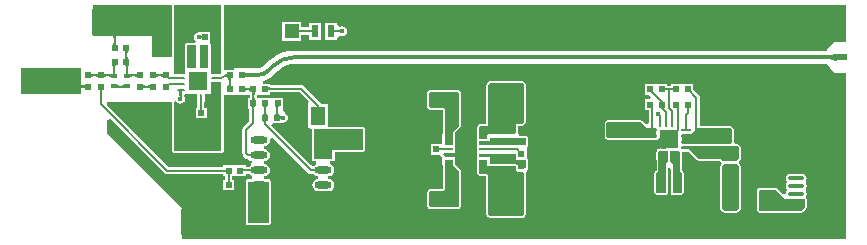
<source format=gtl>
G04*
G04 #@! TF.GenerationSoftware,Altium Limited,Altium Designer,24.1.0 (36)*
G04*
G04 Layer_Physical_Order=1*
G04 Layer_Color=255*
%FSLAX44Y44*%
%MOMM*%
G71*
G04*
G04 #@! TF.SameCoordinates,419B32F7-A19B-4B02-8D27-CA0E7DC0472F*
G04*
G04*
G04 #@! TF.FilePolarity,Positive*
G04*
G01*
G75*
%ADD13C,0.2000*%
%ADD16R,0.9000X0.6100*%
%ADD17R,5.0000X1.4000*%
G04:AMPARAMS|DCode=19|XSize=0.25mm|YSize=0.7mm|CornerRadius=0.0625mm|HoleSize=0mm|Usage=FLASHONLY|Rotation=0.000|XOffset=0mm|YOffset=0mm|HoleType=Round|Shape=RoundedRectangle|*
%AMROUNDEDRECTD19*
21,1,0.2500,0.5750,0,0,0.0*
21,1,0.1250,0.7000,0,0,0.0*
1,1,0.1250,0.0625,-0.2875*
1,1,0.1250,-0.0625,-0.2875*
1,1,0.1250,-0.0625,0.2875*
1,1,0.1250,0.0625,0.2875*
%
%ADD19ROUNDEDRECTD19*%
G04:AMPARAMS|DCode=20|XSize=0.25mm|YSize=0.7mm|CornerRadius=0.0625mm|HoleSize=0mm|Usage=FLASHONLY|Rotation=90.000|XOffset=0mm|YOffset=0mm|HoleType=Round|Shape=RoundedRectangle|*
%AMROUNDEDRECTD20*
21,1,0.2500,0.5750,0,0,90.0*
21,1,0.1250,0.7000,0,0,90.0*
1,1,0.1250,0.2875,0.0625*
1,1,0.1250,0.2875,-0.0625*
1,1,0.1250,-0.2875,-0.0625*
1,1,0.1250,-0.2875,0.0625*
%
%ADD20ROUNDEDRECTD20*%
%ADD21O,0.8500X0.2500*%
%ADD22O,0.2500X0.8500*%
%ADD23R,0.7000X0.2500*%
%ADD24O,1.4500X0.6000*%
%ADD25R,0.6000X1.0000*%
%ADD26R,0.5000X0.5000*%
%ADD27R,0.5000X0.5000*%
%ADD28R,2.0000X1.6000*%
%ADD29R,1.3000X1.6000*%
%ADD30R,0.6500X1.6000*%
%ADD31O,1.3500X0.4000*%
%ADD32R,1.8000X1.9000*%
G04:AMPARAMS|DCode=33|XSize=1.6mm|YSize=1.4mm|CornerRadius=0.35mm|HoleSize=0mm|Usage=FLASHONLY|Rotation=270.000|XOffset=0mm|YOffset=0mm|HoleType=Round|Shape=RoundedRectangle|*
%AMROUNDEDRECTD33*
21,1,1.6000,0.7000,0,0,270.0*
21,1,0.9000,1.4000,0,0,270.0*
1,1,0.7000,-0.3500,-0.4500*
1,1,0.7000,-0.3500,0.4500*
1,1,0.7000,0.3500,0.4500*
1,1,0.7000,0.3500,-0.4500*
%
%ADD33ROUNDEDRECTD33*%
%ADD34R,1.0000X0.9000*%
%ADD35R,1.0000X1.6000*%
%ADD36R,1.2000X1.2000*%
%ADD37R,0.2200X1.0000*%
%ADD38R,1.0000X0.6000*%
%ADD39R,1.6500X2.4000*%
%ADD40R,0.5000X0.4000*%
%ADD73C,0.3700*%
%ADD74R,1.6500X1.6500*%
%ADD75R,1.6500X2.4000*%
%ADD76R,5.0800X2.2860*%
%ADD77C,0.2032*%
%ADD78O,1.6000X0.9000*%
%ADD79C,0.4500*%
%ADD80C,0.6000*%
G36*
X80510Y167084D02*
X80540Y166739D01*
X80590Y166434D01*
X80660Y166170D01*
X80750Y165947D01*
X80860Y165764D01*
X80990Y165622D01*
X81140Y165520D01*
X81310Y165459D01*
X81500Y165439D01*
X77500D01*
X77690Y165459D01*
X77860Y165520D01*
X78010Y165622D01*
X78140Y165764D01*
X78250Y165947D01*
X78340Y166170D01*
X78410Y166434D01*
X78460Y166739D01*
X78490Y167084D01*
X78500Y167470D01*
X80500D01*
X80510Y167084D01*
D02*
G37*
G36*
X91310Y160541D02*
X91140Y160480D01*
X90990Y160378D01*
X90860Y160236D01*
X90750Y160053D01*
X90660Y159830D01*
X90590Y159566D01*
X90540Y159262D01*
X90510Y158916D01*
X90500Y158531D01*
X88500D01*
X88490Y158916D01*
X88460Y159262D01*
X88410Y159566D01*
X88340Y159830D01*
X88250Y160053D01*
X88140Y160236D01*
X88010Y160378D01*
X87860Y160480D01*
X87690Y160541D01*
X87500Y160561D01*
X91500D01*
X91310Y160541D01*
D02*
G37*
G36*
X127971Y198918D02*
X127971Y155000D01*
X111500D01*
X111500Y173500D01*
X81109Y173500D01*
X80990Y173421D01*
X80860Y173281D01*
X80750Y173100D01*
X80660Y172880D01*
X80590Y172621D01*
X80540Y172320D01*
X80510Y171980D01*
X80500Y171600D01*
X78500D01*
X78490Y171980D01*
X78460Y172320D01*
X78410Y172621D01*
X78340Y172880D01*
X78250Y173100D01*
X78140Y173281D01*
X78010Y173421D01*
X77891Y173500D01*
X61582D01*
Y198918D01*
X125431D01*
X127971Y198918D01*
D02*
G37*
G36*
X90510Y155084D02*
X90540Y154739D01*
X90590Y154434D01*
X90660Y154170D01*
X90750Y153947D01*
X90860Y153764D01*
X90990Y153622D01*
X91140Y153520D01*
X91310Y153459D01*
X91500Y153439D01*
X87500D01*
X87690Y153459D01*
X87860Y153520D01*
X88010Y153622D01*
X88140Y153764D01*
X88250Y153947D01*
X88340Y154170D01*
X88410Y154434D01*
X88460Y154739D01*
X88490Y155084D01*
X88500Y155470D01*
X90500D01*
X90510Y155084D01*
D02*
G37*
G36*
X691000Y151950D02*
X690500D01*
X685250Y153250D01*
Y156750D01*
X690500Y158050D01*
X691000D01*
Y151950D01*
D02*
G37*
G36*
X91969Y148531D02*
X91785Y148511D01*
X91621Y148450D01*
X91475Y148350D01*
X91349Y148210D01*
X91242Y148031D01*
X91155Y147810D01*
X91087Y147550D01*
X91039Y147250D01*
X91010Y146910D01*
X91000Y146531D01*
X89000D01*
X88990Y146915D01*
X88960Y147259D01*
X88910Y147563D01*
X88840Y147826D01*
X88750Y148049D01*
X88640Y148232D01*
X88510Y148375D01*
X88360Y148477D01*
X88190Y148539D01*
X88000Y148561D01*
X91969Y148531D01*
D02*
G37*
G36*
X80810Y148539D02*
X80640Y148477D01*
X80490Y148375D01*
X80360Y148232D01*
X80250Y148049D01*
X80160Y147826D01*
X80090Y147563D01*
X80040Y147259D01*
X80010Y146915D01*
X80000Y146531D01*
X78000D01*
X77990Y146910D01*
X77961Y147250D01*
X77913Y147550D01*
X77845Y147810D01*
X77758Y148031D01*
X77651Y148210D01*
X77525Y148350D01*
X77379Y148450D01*
X77215Y148511D01*
X77031Y148531D01*
X81000Y148561D01*
X80810Y148539D01*
D02*
G37*
G36*
X159000Y146000D02*
X151500D01*
Y165500D01*
X159000D01*
Y146000D01*
D02*
G37*
G36*
X148500D02*
X141000D01*
Y165500D01*
X148500D01*
Y146000D01*
D02*
G37*
G36*
X698918Y168000D02*
X689000D01*
X683000Y161000D01*
Y160659D01*
X231521D01*
X231413Y160637D01*
X226664Y160264D01*
X221927Y159126D01*
X217427Y157262D01*
X213273Y154717D01*
X209651Y151623D01*
X209559Y151562D01*
X205999Y148001D01*
X205912Y147872D01*
X204368Y146686D01*
X202426Y145882D01*
X200496Y145628D01*
X200343Y145659D01*
X193200D01*
Y146200D01*
X180800D01*
Y144490D01*
X172510D01*
X172029Y146831D01*
X172029Y198918D01*
X174569Y198918D01*
X698918Y198918D01*
Y168000D01*
D02*
G37*
G36*
X91010Y143090D02*
X91040Y142750D01*
X91090Y142450D01*
X91160Y142190D01*
X91250Y141969D01*
X91360Y141790D01*
X91490Y141650D01*
X91640Y141550D01*
X91810Y141489D01*
X92000Y141469D01*
X88000D01*
X88190Y141489D01*
X88360Y141550D01*
X88510Y141650D01*
X88640Y141790D01*
X88750Y141969D01*
X88840Y142190D01*
X88910Y142450D01*
X88960Y142750D01*
X88990Y143090D01*
X89000Y143469D01*
X91000D01*
X91010Y143090D01*
D02*
G37*
G36*
X80010Y143084D02*
X80040Y142739D01*
X80090Y142434D01*
X80160Y142170D01*
X80250Y141947D01*
X80360Y141764D01*
X80490Y141622D01*
X80640Y141520D01*
X80810Y141459D01*
X81000Y141439D01*
X77000D01*
X77190Y141459D01*
X77360Y141520D01*
X77510Y141622D01*
X77640Y141764D01*
X77750Y141947D01*
X77840Y142170D01*
X77910Y142434D01*
X77960Y142739D01*
X77990Y143084D01*
X78000Y143469D01*
X80000D01*
X80010Y143084D01*
D02*
G37*
G36*
X170000Y141250D02*
X161000D01*
Y145854D01*
X161029Y146000D01*
Y165500D01*
X160875Y166276D01*
X160810Y166373D01*
X160490Y167510D01*
X160490Y167510D01*
X160490D01*
X160490Y167510D01*
Y176490D01*
X152687D01*
X151510Y176490D01*
X150362Y176196D01*
X149346Y175994D01*
X147943Y175057D01*
X147006Y173654D01*
X146677Y172000D01*
X147006Y170346D01*
X147943Y168943D01*
X148159Y168799D01*
X147774Y167529D01*
X141000D01*
X140224Y167374D01*
X139565Y166935D01*
X139125Y166276D01*
X138971Y165500D01*
Y146000D01*
X139000Y145854D01*
Y141250D01*
X130000D01*
X130000Y198918D01*
X170000D01*
X170000Y141250D01*
D02*
G37*
G36*
X22466Y140274D02*
X22368Y140142D01*
X22282Y139998D01*
X22207Y139841D01*
X22144Y139672D01*
X22092Y139489D01*
X22052Y139295D01*
X22023Y139087D01*
X22006Y138867D01*
X22000Y138634D01*
X20000D01*
X19994Y138867D01*
X19977Y139087D01*
X19948Y139295D01*
X19908Y139489D01*
X19856Y139672D01*
X19793Y139841D01*
X19718Y139998D01*
X19632Y140142D01*
X19534Y140274D01*
X19425Y140393D01*
X22575D01*
X22466Y140274D01*
D02*
G37*
G36*
X120561Y137825D02*
X120541Y138015D01*
X120480Y138185D01*
X120378Y138335D01*
X120236Y138465D01*
X120053Y138575D01*
X119830Y138665D01*
X119566Y138735D01*
X119261Y138785D01*
X118916Y138815D01*
X118531Y138825D01*
Y140825D01*
X118916Y140835D01*
X119261Y140865D01*
X119566Y140915D01*
X119830Y140985D01*
X120053Y141075D01*
X120236Y141185D01*
X120378Y141315D01*
X120480Y141465D01*
X120541Y141635D01*
X120561Y141825D01*
Y137825D01*
D02*
G37*
G36*
X114459Y141635D02*
X114520Y141465D01*
X114622Y141315D01*
X114764Y141185D01*
X114947Y141075D01*
X115170Y140985D01*
X115434Y140915D01*
X115739Y140865D01*
X116084Y140835D01*
X116469Y140825D01*
Y138825D01*
X116084Y138815D01*
X115739Y138785D01*
X115434Y138735D01*
X115170Y138665D01*
X114947Y138575D01*
X114764Y138465D01*
X114622Y138335D01*
X114520Y138185D01*
X114459Y138015D01*
X114439Y137825D01*
Y141825D01*
X114459Y141635D01*
D02*
G37*
G36*
X98561Y137825D02*
X98541Y138015D01*
X98480Y138185D01*
X98378Y138335D01*
X98236Y138465D01*
X98053Y138575D01*
X97830Y138665D01*
X97566Y138735D01*
X97261Y138785D01*
X96916Y138815D01*
X96531Y138825D01*
Y140825D01*
X96916Y140835D01*
X97261Y140865D01*
X97566Y140915D01*
X97830Y140985D01*
X98053Y141075D01*
X98236Y141185D01*
X98378Y141315D01*
X98480Y141465D01*
X98541Y141635D01*
X98561Y141825D01*
Y137825D01*
D02*
G37*
G36*
X92490Y141347D02*
X92549Y141237D01*
X92649Y141141D01*
X92789Y141057D01*
X92970Y140986D01*
X93189Y140928D01*
X93449Y140883D01*
X93750Y140851D01*
X94469Y140825D01*
Y138825D01*
X94085Y138815D01*
X93741Y138785D01*
X93438Y138735D01*
X93174Y138665D01*
X92951Y138575D01*
X92768Y138465D01*
X92625Y138335D01*
X92523Y138185D01*
X92461Y138015D01*
X92439Y137825D01*
X92470Y141469D01*
X92490Y141347D01*
D02*
G37*
G36*
X76561Y137825D02*
X76539Y138015D01*
X76477Y138185D01*
X76375Y138335D01*
X76232Y138465D01*
X76049Y138575D01*
X75826Y138665D01*
X75563Y138735D01*
X75259Y138785D01*
X74915Y138815D01*
X74531Y138825D01*
Y140825D01*
X74910Y140832D01*
X75550Y140883D01*
X75810Y140928D01*
X76031Y140986D01*
X76210Y141057D01*
X76350Y141141D01*
X76451Y141237D01*
X76511Y141347D01*
X76530Y141469D01*
X76561Y137825D01*
D02*
G37*
G36*
X70459Y141635D02*
X70520Y141465D01*
X70622Y141315D01*
X70764Y141185D01*
X70947Y141075D01*
X71170Y140985D01*
X71434Y140915D01*
X71739Y140865D01*
X72084Y140835D01*
X72470Y140825D01*
Y138825D01*
X72084Y138815D01*
X71739Y138785D01*
X71434Y138735D01*
X71170Y138665D01*
X70947Y138575D01*
X70764Y138465D01*
X70622Y138335D01*
X70520Y138185D01*
X70459Y138015D01*
X70439Y137825D01*
Y141825D01*
X70459Y141635D01*
D02*
G37*
G36*
X65561Y137825D02*
X65541Y138015D01*
X65480Y138185D01*
X65378Y138335D01*
X65236Y138465D01*
X65053Y138575D01*
X64830Y138665D01*
X64566Y138735D01*
X64261Y138785D01*
X63916Y138815D01*
X63531Y138825D01*
Y140825D01*
X63916Y140835D01*
X64261Y140865D01*
X64566Y140915D01*
X64830Y140985D01*
X65053Y141075D01*
X65236Y141185D01*
X65378Y141315D01*
X65480Y141465D01*
X65541Y141635D01*
X65561Y141825D01*
Y137825D01*
D02*
G37*
G36*
X59459Y141635D02*
X59520Y141465D01*
X59622Y141315D01*
X59764Y141185D01*
X59947Y141075D01*
X60170Y140985D01*
X60434Y140915D01*
X60739Y140865D01*
X61084Y140835D01*
X61469Y140825D01*
Y138825D01*
X61084Y138815D01*
X60739Y138785D01*
X60434Y138735D01*
X60170Y138665D01*
X59947Y138575D01*
X59764Y138465D01*
X59622Y138335D01*
X59520Y138185D01*
X59459Y138015D01*
X59439Y137825D01*
Y141825D01*
X59459Y141635D01*
D02*
G37*
G36*
X174561Y137763D02*
X174542Y137943D01*
X174486Y138089D01*
X174393Y138203D01*
X174262Y138284D01*
X174094Y138333D01*
X173889Y138349D01*
X173646Y138332D01*
X173366Y138283D01*
X173049Y138201D01*
X172694Y138086D01*
X172622Y140313D01*
X172990Y140452D01*
X173320Y140598D01*
X173611Y140750D01*
X173863Y140908D01*
X174076Y141072D01*
X174251Y141243D01*
X174386Y141420D01*
X174483Y141603D01*
X174542Y141792D01*
X174561Y141988D01*
Y137763D01*
D02*
G37*
G36*
X22006Y138133D02*
X22023Y137913D01*
X22052Y137705D01*
X22092Y137510D01*
X22144Y137328D01*
X22207Y137159D01*
X22282Y137002D01*
X22368Y136858D01*
X22466Y136726D01*
X22575Y136607D01*
X19425D01*
X19534Y136726D01*
X19632Y136858D01*
X19718Y137002D01*
X19793Y137159D01*
X19856Y137328D01*
X19908Y137510D01*
X19948Y137705D01*
X19977Y137913D01*
X19994Y138133D01*
X20000Y138366D01*
X22000D01*
X22006Y138133D01*
D02*
G37*
G36*
X132420Y136420D02*
X132394Y136435D01*
X132328Y136448D01*
X132223Y136460D01*
X131896Y136479D01*
X130387Y136499D01*
X130386Y138499D01*
X132420Y138580D01*
Y136420D01*
D02*
G37*
G36*
X178810Y137541D02*
X178640Y137480D01*
X178490Y137378D01*
X178360Y137236D01*
X178250Y137053D01*
X178160Y136830D01*
X178090Y136566D01*
X178040Y136261D01*
X178010Y135916D01*
X178000Y135531D01*
X176000D01*
X175990Y135916D01*
X175960Y136261D01*
X175910Y136566D01*
X175840Y136830D01*
X175750Y137053D01*
X175640Y137236D01*
X175510Y137378D01*
X175360Y137480D01*
X175190Y137541D01*
X175000Y137561D01*
X179000D01*
X178810Y137541D01*
D02*
G37*
G36*
X22726Y136466D02*
X22857Y136368D01*
X23002Y136282D01*
X23159Y136207D01*
X23328Y136144D01*
X23510Y136092D01*
X23705Y136052D01*
X23913Y136023D01*
X24133Y136006D01*
X24366Y136000D01*
Y134000D01*
X24133Y133994D01*
X23913Y133977D01*
X23705Y133948D01*
X23510Y133908D01*
X23328Y133856D01*
X23159Y133793D01*
X23002Y133718D01*
X22857Y133632D01*
X22726Y133534D01*
X22607Y133425D01*
Y136575D01*
X22726Y136466D01*
D02*
G37*
G36*
X19393Y133425D02*
X19274Y133534D01*
X19143Y133632D01*
X18998Y133718D01*
X18841Y133793D01*
X18672Y133856D01*
X18490Y133908D01*
X18295Y133948D01*
X18087Y133977D01*
X17867Y133994D01*
X17635Y134000D01*
Y136000D01*
X17867Y136006D01*
X18087Y136023D01*
X18295Y136052D01*
X18490Y136092D01*
X18672Y136144D01*
X18841Y136207D01*
X18998Y136282D01*
X19143Y136368D01*
X19274Y136466D01*
X19393Y136575D01*
Y133425D01*
D02*
G37*
G36*
X22466Y133274D02*
X22368Y133142D01*
X22282Y132998D01*
X22207Y132841D01*
X22144Y132672D01*
X22092Y132490D01*
X22052Y132295D01*
X22023Y132087D01*
X22006Y131867D01*
X22000Y131635D01*
X20000D01*
X19994Y131867D01*
X19977Y132087D01*
X19948Y132295D01*
X19908Y132490D01*
X19856Y132672D01*
X19793Y132841D01*
X19718Y132998D01*
X19632Y133142D01*
X19534Y133274D01*
X19425Y133393D01*
X22575D01*
X22466Y133274D01*
D02*
G37*
G36*
X132420Y131420D02*
X132394Y131435D01*
X132328Y131448D01*
X132224Y131460D01*
X131896Y131478D01*
X130388Y131497D01*
X130386Y133497D01*
X132420Y133580D01*
Y131420D01*
D02*
G37*
G36*
X54561Y128175D02*
X54541Y128365D01*
X54480Y128535D01*
X54378Y128685D01*
X54236Y128815D01*
X54053Y128925D01*
X53830Y129015D01*
X53566Y129085D01*
X53261Y129135D01*
X52916Y129165D01*
X52650Y129172D01*
X52384Y129165D01*
X52039Y129135D01*
X51734Y129085D01*
X51470Y129015D01*
X51247Y128925D01*
X51064Y128815D01*
X50922Y128685D01*
X50820Y128535D01*
X50759Y128365D01*
X50739Y128175D01*
Y132175D01*
X50759Y131985D01*
X50820Y131815D01*
X50922Y131665D01*
X51064Y131535D01*
X51247Y131425D01*
X51470Y131335D01*
X51734Y131265D01*
X52039Y131215D01*
X52384Y131185D01*
X52650Y131178D01*
X52916Y131185D01*
X53261Y131215D01*
X53566Y131265D01*
X53830Y131335D01*
X54053Y131425D01*
X54236Y131535D01*
X54378Y131665D01*
X54480Y131815D01*
X54541Y131985D01*
X54561Y132175D01*
Y128175D01*
D02*
G37*
G36*
X178010Y132084D02*
X178040Y131739D01*
X178090Y131434D01*
X178160Y131170D01*
X178250Y130947D01*
X178360Y130764D01*
X178490Y130622D01*
X178640Y130520D01*
X178810Y130459D01*
X179000Y130439D01*
X175000D01*
X175190Y130459D01*
X175360Y130520D01*
X175510Y130622D01*
X175640Y130764D01*
X175750Y130947D01*
X175840Y131170D01*
X175910Y131434D01*
X175960Y131739D01*
X175990Y132084D01*
X176000Y132470D01*
X178000D01*
X178010Y132084D01*
D02*
G37*
G36*
X22006Y131133D02*
X22023Y130913D01*
X22052Y130705D01*
X22092Y130511D01*
X22144Y130328D01*
X22207Y130159D01*
X22282Y130002D01*
X22368Y129858D01*
X22466Y129726D01*
X22575Y129607D01*
X19425D01*
X19534Y129726D01*
X19632Y129858D01*
X19718Y130002D01*
X19793Y130159D01*
X19856Y130328D01*
X19908Y130511D01*
X19948Y130705D01*
X19977Y130913D01*
X19994Y131133D01*
X20000Y131365D01*
X22000D01*
X22006Y131133D01*
D02*
G37*
G36*
X87530Y128531D02*
X87510Y128653D01*
X87451Y128763D01*
X87351Y128859D01*
X87211Y128943D01*
X87030Y129014D01*
X86811Y129072D01*
X86551Y129117D01*
X86250Y129149D01*
X85531Y129175D01*
Y131175D01*
X85915Y131185D01*
X86259Y131215D01*
X86562Y131265D01*
X86826Y131335D01*
X87049Y131425D01*
X87232Y131535D01*
X87375Y131665D01*
X87477Y131815D01*
X87539Y131985D01*
X87561Y132175D01*
X87530Y128531D01*
D02*
G37*
G36*
X81461Y131985D02*
X81523Y131815D01*
X81625Y131665D01*
X81768Y131535D01*
X81951Y131425D01*
X82174Y131335D01*
X82437Y131265D01*
X82741Y131215D01*
X83085Y131185D01*
X83469Y131175D01*
Y129175D01*
X83090Y129169D01*
X82450Y129117D01*
X82190Y129072D01*
X81969Y129014D01*
X81790Y128943D01*
X81650Y128859D01*
X81550Y128763D01*
X81489Y128653D01*
X81469Y128531D01*
X81439Y132175D01*
X81461Y131985D01*
D02*
G37*
G36*
X109561Y128175D02*
X109541Y128365D01*
X109480Y128535D01*
X109378Y128685D01*
X109236Y128815D01*
X109053Y128925D01*
X108830Y129015D01*
X108566Y129085D01*
X108261Y129135D01*
X107916Y129165D01*
X107530Y129175D01*
Y131175D01*
X107916Y131185D01*
X108261Y131215D01*
X108566Y131265D01*
X108830Y131335D01*
X109053Y131425D01*
X109236Y131535D01*
X109378Y131665D01*
X109480Y131815D01*
X109541Y131985D01*
X109561Y132175D01*
Y128175D01*
D02*
G37*
G36*
X103459Y131985D02*
X103520Y131815D01*
X103622Y131665D01*
X103764Y131535D01*
X103947Y131425D01*
X104170Y131335D01*
X104434Y131265D01*
X104739Y131215D01*
X105084Y131185D01*
X105470Y131175D01*
Y129175D01*
X105084Y129165D01*
X104739Y129135D01*
X104434Y129085D01*
X104170Y129015D01*
X103947Y128925D01*
X103764Y128815D01*
X103622Y128685D01*
X103520Y128535D01*
X103459Y128365D01*
X103439Y128175D01*
Y132175D01*
X103459Y131985D01*
D02*
G37*
G36*
X209489Y130285D02*
X209550Y130120D01*
X209650Y129975D01*
X209790Y129849D01*
X209970Y129742D01*
X210189Y129655D01*
X210450Y129587D01*
X210749Y129539D01*
X211089Y129510D01*
X211469Y129500D01*
Y127500D01*
X211089Y127490D01*
X210749Y127460D01*
X210450Y127410D01*
X210189Y127340D01*
X209970Y127250D01*
X209790Y127140D01*
X209650Y127010D01*
X209550Y126860D01*
X209489Y126690D01*
X209470Y126500D01*
Y130470D01*
X209489Y130285D01*
D02*
G37*
G36*
X194561Y126031D02*
X194541Y126221D01*
X194480Y126390D01*
X194378Y126540D01*
X194236Y126671D01*
X194053Y126781D01*
X193830Y126870D01*
X193566Y126940D01*
X193262Y126990D01*
X192916Y127021D01*
X192530Y127030D01*
Y129031D01*
X192916Y129040D01*
X193262Y129071D01*
X193566Y129121D01*
X193830Y129191D01*
X194053Y129281D01*
X194236Y129390D01*
X194378Y129521D01*
X194480Y129670D01*
X194541Y129840D01*
X194561Y130030D01*
Y126031D01*
D02*
G37*
G36*
X189459Y129840D02*
X189520Y129670D01*
X189622Y129521D01*
X189764Y129390D01*
X189947Y129281D01*
X190170Y129191D01*
X190434Y129121D01*
X190739Y129071D01*
X191084Y129040D01*
X191469Y129031D01*
Y127030D01*
X191084Y127021D01*
X190739Y126990D01*
X190434Y126940D01*
X190170Y126870D01*
X189947Y126781D01*
X189764Y126671D01*
X189622Y126540D01*
X189520Y126390D01*
X189459Y126221D01*
X189439Y126031D01*
Y130030D01*
X189459Y129840D01*
D02*
G37*
G36*
X69810Y127510D02*
X69640Y127451D01*
X69490Y127351D01*
X69360Y127211D01*
X69250Y127030D01*
X69160Y126811D01*
X69090Y126551D01*
X69040Y126250D01*
X69010Y125911D01*
X69000Y125531D01*
X67000D01*
X66990Y125911D01*
X66960Y126250D01*
X66910Y126551D01*
X66840Y126811D01*
X66750Y127030D01*
X66640Y127211D01*
X66510Y127351D01*
X66360Y127451D01*
X66190Y127510D01*
X66000Y127530D01*
X70000D01*
X69810Y127510D01*
D02*
G37*
G36*
X137169Y126266D02*
X136996Y126205D01*
X136844Y126102D01*
X136712Y125957D01*
X136600Y125772D01*
X136509Y125545D01*
X136437Y125277D01*
X136387Y124967D01*
X136356Y124617D01*
X136346Y124225D01*
X134314D01*
X134304Y124617D01*
X134273Y124967D01*
X134222Y125277D01*
X134151Y125545D01*
X134060Y125772D01*
X133948Y125957D01*
X133816Y126102D01*
X133664Y126205D01*
X133491Y126266D01*
X133298Y126287D01*
X137362D01*
X137169Y126266D01*
D02*
G37*
G36*
X198810Y125541D02*
X198640Y125480D01*
X198490Y125378D01*
X198360Y125236D01*
X198250Y125053D01*
X198160Y124830D01*
X198090Y124566D01*
X198040Y124261D01*
X198010Y123916D01*
X198000Y123531D01*
X196000D01*
X195990Y123916D01*
X195960Y124261D01*
X195910Y124566D01*
X195840Y124830D01*
X195750Y125053D01*
X195640Y125236D01*
X195510Y125378D01*
X195360Y125480D01*
X195190Y125541D01*
X195000Y125561D01*
X199000D01*
X198810Y125541D01*
D02*
G37*
G36*
X191490Y123510D02*
X193951Y123321D01*
Y120490D01*
X192510D01*
Y111510D01*
X193626D01*
Y100909D01*
X193344Y100627D01*
X193344Y100626D01*
X188513Y95795D01*
X187852Y94806D01*
X187620Y93640D01*
Y73682D01*
X187852Y72516D01*
X188513Y71527D01*
X190096Y69944D01*
X191085Y69283D01*
X192251Y69051D01*
X192705D01*
X193344Y68094D01*
X194333Y67434D01*
X195500Y67201D01*
X195724Y66975D01*
X195664Y66056D01*
X195066Y64025D01*
X193903Y63248D01*
X193319Y62374D01*
X190490D01*
Y63490D01*
X183030D01*
X181510Y63490D01*
X178970Y63490D01*
X171510D01*
Y62049D01*
X125513D01*
X73500Y114061D01*
Y117000D01*
X127971Y117000D01*
Y76000D01*
X128125Y75224D01*
X128565Y74565D01*
X129223Y74125D01*
X130000Y73971D01*
X170000D01*
X170777Y74125D01*
X171435Y74565D01*
X171875Y75224D01*
X172029Y76000D01*
Y121169D01*
X172510Y123510D01*
X179970D01*
X181490Y123510D01*
X184030Y123510D01*
X191490D01*
X191490Y123510D01*
D02*
G37*
G36*
X136352Y123513D02*
X136369Y123289D01*
X136399Y123079D01*
X136440Y122881D01*
X136492Y122696D01*
X136556Y122523D01*
X136632Y122364D01*
X136720Y122217D01*
X136819Y122084D01*
X136930Y121962D01*
X133730D01*
X133841Y122084D01*
X133940Y122217D01*
X134028Y122364D01*
X134104Y122523D01*
X134168Y122696D01*
X134221Y122881D01*
X134261Y123079D01*
X134291Y123289D01*
X134308Y123513D01*
X134314Y123749D01*
X136346D01*
X136352Y123513D01*
D02*
G37*
G36*
X198010Y120084D02*
X198040Y119739D01*
X198090Y119434D01*
X198160Y119170D01*
X198250Y118947D01*
X198360Y118764D01*
X198490Y118622D01*
X198640Y118520D01*
X198810Y118459D01*
X199000Y118439D01*
X195000D01*
X195190Y118459D01*
X195360Y118520D01*
X195510Y118622D01*
X195640Y118764D01*
X195750Y118947D01*
X195840Y119170D01*
X195910Y119434D01*
X195960Y119739D01*
X195990Y120084D01*
X196000Y120470D01*
X198000D01*
X198010Y120084D01*
D02*
G37*
G36*
X218810Y113539D02*
X218640Y113477D01*
X218490Y113375D01*
X218360Y113232D01*
X218250Y113049D01*
X218160Y112826D01*
X218090Y112562D01*
X218040Y112259D01*
X218010Y111915D01*
X218000Y111531D01*
X216000D01*
X215995Y111910D01*
X215925Y112810D01*
X215883Y113031D01*
X215831Y113210D01*
X215770Y113350D01*
X215700Y113450D01*
X215620Y113511D01*
X215530Y113531D01*
X219000Y113561D01*
X218810Y113539D01*
D02*
G37*
G36*
X198485Y113541D02*
X198315Y113480D01*
X198165Y113378D01*
X198035Y113236D01*
X197925Y113053D01*
X197835Y112830D01*
X197765Y112566D01*
X197715Y112261D01*
X197685Y111916D01*
X197675Y111531D01*
X195675D01*
X195665Y111916D01*
X195635Y112261D01*
X195585Y112566D01*
X195515Y112830D01*
X195425Y113053D01*
X195315Y113236D01*
X195185Y113378D01*
X195035Y113480D01*
X194865Y113541D01*
X194675Y113561D01*
X198675D01*
X198485Y113541D01*
D02*
G37*
G36*
X208839Y113540D02*
X208666Y113478D01*
X208514Y113375D01*
X208382Y113231D01*
X208270Y113045D01*
X208179Y112818D01*
X208107Y112550D01*
X208057Y112241D01*
X208026Y111890D01*
X208016Y111498D01*
X205984D01*
X205974Y111890D01*
X205943Y112241D01*
X205893Y112550D01*
X205821Y112818D01*
X205730Y113045D01*
X205618Y113231D01*
X205486Y113375D01*
X205334Y113478D01*
X205161Y113540D01*
X204968Y113561D01*
X209032D01*
X208839Y113540D01*
D02*
G37*
G36*
X218010Y108084D02*
X218040Y107739D01*
X218090Y107434D01*
X218160Y107170D01*
X218250Y106947D01*
X218360Y106764D01*
X218490Y106622D01*
X218640Y106520D01*
X218810Y106459D01*
X219000Y106439D01*
X215000D01*
X215190Y106459D01*
X215360Y106520D01*
X215510Y106622D01*
X215640Y106764D01*
X215750Y106947D01*
X215840Y107170D01*
X215910Y107434D01*
X215960Y107739D01*
X215990Y108084D01*
X216000Y108469D01*
X218000D01*
X218010Y108084D01*
D02*
G37*
G36*
X208026Y108110D02*
X208057Y107759D01*
X208107Y107450D01*
X208179Y107182D01*
X208270Y106955D01*
X208382Y106769D01*
X208514Y106625D01*
X208666Y106522D01*
X208839Y106460D01*
X209032Y106439D01*
X204968D01*
X205161Y106460D01*
X205334Y106522D01*
X205486Y106625D01*
X205618Y106769D01*
X205730Y106955D01*
X205821Y107182D01*
X205893Y107450D01*
X205943Y107759D01*
X205974Y108110D01*
X205984Y108502D01*
X208016D01*
X208026Y108110D01*
D02*
G37*
G36*
X170000Y76000D02*
X130000D01*
Y117565D01*
X131270Y117951D01*
X131943Y116943D01*
X133346Y116006D01*
X135000Y115677D01*
X136654Y116006D01*
X138057Y116943D01*
X138994Y118346D01*
X139323Y120000D01*
X138994Y121654D01*
X138395Y122551D01*
Y122981D01*
X139000Y124000D01*
X148901D01*
X149209Y123625D01*
Y117875D01*
X149412Y116855D01*
X149452Y116794D01*
Y112490D01*
X148510D01*
Y103510D01*
X157490D01*
Y112490D01*
X155549D01*
Y116796D01*
X155588Y116855D01*
X155791Y117875D01*
Y123625D01*
X156099Y124000D01*
X161000D01*
Y133750D01*
X170000D01*
Y76000D01*
D02*
G37*
G36*
X219459Y105810D02*
X219520Y105640D01*
X219622Y105490D01*
X219764Y105360D01*
X219947Y105250D01*
X220170Y105160D01*
X220434Y105090D01*
X220739Y105040D01*
X221084Y105010D01*
X221469Y105000D01*
Y103000D01*
X221084Y102990D01*
X220739Y102960D01*
X220434Y102910D01*
X220170Y102840D01*
X219947Y102750D01*
X219764Y102640D01*
X219622Y102510D01*
X219520Y102360D01*
X219459Y102190D01*
X219439Y102000D01*
Y106000D01*
X219459Y105810D01*
D02*
G37*
G36*
X243939Y117734D02*
X243010Y115490D01*
X243010D01*
Y95510D01*
X244293D01*
X246471Y94000D01*
Y69000D01*
X246625Y68224D01*
X247065Y67565D01*
X247724Y67126D01*
X248500Y66971D01*
X250205D01*
X250455Y64431D01*
X250054Y64351D01*
X248403Y63248D01*
X245716Y63618D01*
X212262Y97073D01*
X213417Y99510D01*
X214030Y99510D01*
X221490D01*
X221490Y99510D01*
X223654Y100006D01*
X223788Y100095D01*
X225057Y100943D01*
X225994Y102346D01*
X226323Y104000D01*
X225994Y105654D01*
X225057Y107057D01*
X223654Y107994D01*
X223601Y108005D01*
X221948Y110705D01*
X222257Y111510D01*
X222490D01*
Y120490D01*
X214030D01*
X213510Y120490D01*
X211490D01*
X210970Y120490D01*
X204030D01*
X202510Y120490D01*
X200049Y120680D01*
Y123320D01*
X202510Y123510D01*
X204030Y123510D01*
X211490D01*
Y125451D01*
X236222D01*
X243939Y117734D01*
D02*
G37*
G36*
X208514Y101540D02*
X208341Y101479D01*
X208189Y101375D01*
X208057Y101231D01*
X207945Y101045D01*
X207854Y100819D01*
X207782Y100550D01*
X207732Y100241D01*
X207701Y99890D01*
X207691Y99499D01*
X205659D01*
X205649Y99890D01*
X205618Y100241D01*
X205568Y100550D01*
X205496Y100819D01*
X205405Y101045D01*
X205293Y101231D01*
X205161Y101375D01*
X205009Y101479D01*
X204836Y101540D01*
X204643Y101561D01*
X208707D01*
X208514Y101540D01*
D02*
G37*
G36*
X289500Y94000D02*
Y76750D01*
X264000D01*
Y69000D01*
X248500D01*
Y94000D01*
X289500Y94000D01*
D02*
G37*
G36*
X231521Y149341D02*
X683000D01*
Y149000D01*
X689000Y142000D01*
X698918D01*
Y1082D01*
X136832D01*
Y27000D01*
X136515Y27765D01*
X73500Y90780D01*
Y102120D01*
X75847Y103092D01*
X122094Y56844D01*
X123083Y56184D01*
X124250Y55951D01*
X171510D01*
Y54510D01*
X172951D01*
Y51490D01*
X171510D01*
Y42510D01*
X180490D01*
Y51490D01*
X179049D01*
Y54320D01*
X181510Y54510D01*
X183030Y54510D01*
X190490D01*
Y56277D01*
X193754D01*
X193903Y56053D01*
X195208Y55182D01*
X195652Y53513D01*
X195733Y52325D01*
X195068Y51779D01*
X192500D01*
X191723Y51624D01*
X191065Y51185D01*
X190625Y50526D01*
X190471Y49750D01*
Y15000D01*
X190625Y14224D01*
X191065Y13565D01*
X191723Y13125D01*
X192500Y12971D01*
X210000D01*
X210777Y13125D01*
X211435Y13565D01*
X211875Y14224D01*
X212029Y15000D01*
Y49750D01*
X211875Y50526D01*
X211435Y51185D01*
X210777Y51624D01*
X210000Y51779D01*
X207306D01*
X206001Y52039D01*
Y54563D01*
X207948Y54950D01*
X209598Y56053D01*
X210701Y57704D01*
X211089Y59651D01*
X210701Y61598D01*
X209598Y63248D01*
X207948Y64351D01*
X206001Y64739D01*
Y67263D01*
X207948Y67650D01*
X209598Y68753D01*
X210701Y70404D01*
X211089Y72351D01*
X210701Y74298D01*
X209598Y75948D01*
X207948Y77051D01*
X206001Y77439D01*
Y79963D01*
X207948Y80350D01*
X209598Y81453D01*
X210701Y83104D01*
X211089Y85051D01*
X210857Y86217D01*
X213197Y87468D01*
X243433Y57233D01*
X244427Y56568D01*
X245600Y56335D01*
X248215D01*
X248403Y56053D01*
X250054Y54950D01*
X252001Y54563D01*
Y52039D01*
X250054Y51651D01*
X248403Y50548D01*
X247300Y48898D01*
X246913Y46951D01*
X247300Y45004D01*
X248403Y43353D01*
X250054Y42250D01*
X252001Y41863D01*
X260501D01*
X262448Y42250D01*
X264098Y43353D01*
X265201Y45004D01*
X265588Y46951D01*
X265201Y48898D01*
X264098Y50548D01*
X262448Y51651D01*
X260501Y52039D01*
Y54563D01*
X262448Y54950D01*
X264098Y56053D01*
X265201Y57704D01*
X265588Y59651D01*
X265201Y61598D01*
X264098Y63248D01*
X262448Y64351D01*
X262047Y64431D01*
X262297Y66971D01*
X264000D01*
X264776Y67126D01*
X265435Y67565D01*
X265875Y68224D01*
X266029Y69000D01*
Y74721D01*
X289500D01*
X290276Y74875D01*
X290935Y75315D01*
X291374Y75974D01*
X291529Y76750D01*
Y94000D01*
X291374Y94776D01*
X290935Y95435D01*
X290276Y95875D01*
X289500Y96029D01*
X278478D01*
X277000Y96323D01*
X275522Y96029D01*
X259990Y96029D01*
Y115490D01*
X254590D01*
X254156Y116141D01*
X239641Y130656D01*
X238652Y131317D01*
X237485Y131549D01*
X211490D01*
Y132490D01*
X205481D01*
X205104Y135030D01*
X207729Y135826D01*
X211066Y137610D01*
X213868Y139909D01*
X214001Y139999D01*
X217562Y143559D01*
X217709Y143779D01*
X220511Y146078D01*
X223937Y147910D01*
X227655Y149038D01*
X231262Y149393D01*
X231521Y149341D01*
D02*
G37*
G36*
X210000Y15000D02*
X192500D01*
Y49750D01*
X210000D01*
Y15000D01*
D02*
G37*
%LPC*%
G36*
X267990Y183990D02*
X258010D01*
Y170010D01*
X267990D01*
Y171525D01*
X270262Y172954D01*
X270530Y172969D01*
X272000Y172677D01*
X273654Y173006D01*
X275057Y173943D01*
X275994Y175346D01*
X276323Y177000D01*
X275994Y178654D01*
X275057Y180057D01*
X273654Y180994D01*
X272000Y181323D01*
X270530Y181031D01*
X270262Y181046D01*
X267990Y182475D01*
Y183990D01*
D02*
G37*
G36*
X237490Y184990D02*
X221510D01*
Y169010D01*
X237490D01*
Y174202D01*
X244010D01*
Y170010D01*
X253990D01*
Y183990D01*
X244010D01*
Y180299D01*
X237490D01*
Y184990D01*
D02*
G37*
G36*
X538510Y132490D02*
X537490D01*
Y132490D01*
X535970Y132490D01*
X528510D01*
Y123510D01*
X532179D01*
X533852Y121837D01*
X532880Y119490D01*
X528510D01*
Y110510D01*
X531702D01*
Y99223D01*
X529161Y98171D01*
X526166Y101166D01*
X525000Y101650D01*
X497000D01*
X495834Y101166D01*
X494834Y100166D01*
X494350Y99000D01*
X494350Y88000D01*
X494833Y86834D01*
X495834Y85834D01*
X497000Y85350D01*
X530976Y85350D01*
X531750Y85197D01*
X537750D01*
X539014Y85448D01*
X540086Y86164D01*
X540644Y87000D01*
X546000D01*
Y77954D01*
X545236Y77802D01*
X544908Y77583D01*
X543092D01*
X542764Y77802D01*
X541500Y78053D01*
X540236Y77802D01*
X539164Y77086D01*
X538448Y76014D01*
X538197Y74750D01*
Y68750D01*
X538370Y67879D01*
Y59617D01*
X537743Y58990D01*
X537010D01*
Y58257D01*
X536853Y58100D01*
X536370Y56933D01*
Y41840D01*
X536370Y40933D01*
X536370Y40933D01*
X536653Y40250D01*
X536653Y40250D01*
X536853Y39767D01*
X537010Y39565D01*
X537010Y39010D01*
X539019Y38284D01*
X539019Y38284D01*
X539249Y38284D01*
X546019D01*
X547186Y38767D01*
X547286Y39010D01*
X547490D01*
Y39502D01*
X547669Y39934D01*
Y60931D01*
X548604Y61490D01*
X550350Y60511D01*
Y40000D01*
X550510Y39615D01*
Y39010D01*
X550760D01*
X550834Y38834D01*
X552000Y38350D01*
X559000D01*
X560166Y38834D01*
X560343Y39010D01*
X560990D01*
Y39657D01*
X561166Y39834D01*
X561650Y41000D01*
Y57000D01*
X561166Y58166D01*
X560990Y58343D01*
Y58990D01*
X560343D01*
X559650Y59683D01*
Y67976D01*
X559804Y68750D01*
Y72715D01*
X560182Y74818D01*
X562285Y75196D01*
X565471D01*
X572834Y67834D01*
X574000Y67350D01*
X591939D01*
X593578Y65407D01*
X592834Y64166D01*
X592350Y63000D01*
Y57000D01*
X592350Y27000D01*
X592834Y25834D01*
X594010Y24657D01*
Y24010D01*
X594657D01*
X594834Y23834D01*
X596000Y23350D01*
X606000D01*
X607166Y23834D01*
X607343Y24010D01*
X607990D01*
Y24657D01*
X609166Y25834D01*
X609650Y27000D01*
X609650Y53000D01*
Y63000D01*
X609166Y64166D01*
X609137Y64195D01*
X608134Y66000D01*
X609137Y67805D01*
X609166Y67834D01*
X609650Y69000D01*
Y79000D01*
X609166Y80166D01*
X608166Y81166D01*
X607000Y81650D01*
X605840D01*
X603650Y83000D01*
X603650Y94000D01*
X603367Y94683D01*
X603167Y95166D01*
X602166Y96166D01*
X601000Y96650D01*
X575049D01*
Y121000D01*
X574817Y122167D01*
X574156Y123156D01*
X569490Y127821D01*
Y132490D01*
X561956D01*
X560510Y132490D01*
Y132490D01*
X559490D01*
X559490Y132490D01*
X558044Y132490D01*
X550510D01*
Y131049D01*
X547490D01*
Y132490D01*
X538510D01*
Y132490D01*
D02*
G37*
G36*
X370000Y127650D02*
X347000D01*
X345834Y127166D01*
X344834Y126166D01*
X344350Y125000D01*
Y113000D01*
X344833Y111834D01*
X345834Y110834D01*
X347000Y110350D01*
X357317D01*
X357350Y110317D01*
Y90240D01*
X357010D01*
Y83815D01*
X356490Y81490D01*
X347510D01*
Y72510D01*
X354205D01*
X354622Y72476D01*
X356147Y71648D01*
X356842Y70743D01*
X356902Y70426D01*
X357010Y68793D01*
X357010Y67893D01*
Y63760D01*
X357350D01*
Y43683D01*
X357317Y43650D01*
X347000D01*
X345834Y43166D01*
X344834Y42166D01*
X344350Y41000D01*
Y29000D01*
X344833Y27834D01*
X345834Y26834D01*
X347000Y26350D01*
X370000D01*
X371166Y26834D01*
X372166Y27834D01*
X372650Y29000D01*
Y59000D01*
X372166Y60166D01*
X367990Y64343D01*
Y70240D01*
X359488D01*
X359295Y70240D01*
X359184Y70254D01*
X357866Y72892D01*
X357997Y73125D01*
X358306Y73616D01*
X358356Y73653D01*
X358501Y73760D01*
X367990D01*
Y78760D01*
Y90240D01*
X367990Y90240D01*
X367990D01*
X367990Y90240D01*
X368784Y92451D01*
X372166Y95834D01*
X372650Y97000D01*
Y125000D01*
X372166Y126166D01*
X371166Y127166D01*
X370000Y127650D01*
D02*
G37*
G36*
X661500Y56568D02*
X652000D01*
X650443Y56259D01*
X649123Y55377D01*
X648242Y54057D01*
X647932Y52500D01*
X648242Y50943D01*
X648964Y49250D01*
X648242Y47557D01*
X647932Y46000D01*
X648242Y44443D01*
X648964Y42750D01*
X648242Y41057D01*
X648014Y39911D01*
X646732Y39190D01*
X645469Y38864D01*
X640166Y44166D01*
X639000Y44650D01*
X626277D01*
X626000Y44650D01*
X626000Y44650D01*
X624010Y43990D01*
X624010Y43343D01*
X623834Y43166D01*
X623516Y42400D01*
X623350Y42000D01*
Y26277D01*
X623350Y26000D01*
X623350Y26000D01*
X624010Y24010D01*
X624657Y24010D01*
X624834Y23834D01*
X626000Y23350D01*
X661000D01*
X662166Y23834D01*
X665166Y26834D01*
X665650Y28000D01*
Y35000D01*
X665166Y36166D01*
X665258Y37943D01*
X665568Y39500D01*
X665258Y41057D01*
X664536Y42750D01*
X665258Y44443D01*
X665568Y46000D01*
X665258Y47557D01*
X664536Y49250D01*
X665258Y50943D01*
X665568Y52500D01*
X665258Y54057D01*
X664377Y55377D01*
X663057Y56259D01*
X661500Y56568D01*
D02*
G37*
G36*
X397000Y134650D02*
X395834Y134166D01*
X394833Y133166D01*
X394516Y132400D01*
X394350Y132000D01*
Y98683D01*
X394317Y98650D01*
X389000D01*
X387834Y98166D01*
X386833Y97166D01*
X386516Y96400D01*
X386350Y96000D01*
Y90240D01*
X386010D01*
Y83956D01*
X385971Y83760D01*
Y80500D01*
X386010Y80304D01*
Y73386D01*
X385981Y73240D01*
Y70240D01*
X386010Y70094D01*
Y63760D01*
X386350D01*
Y57000D01*
X386833Y55834D01*
X387833Y54834D01*
X389000Y54350D01*
X394317D01*
X394350Y54317D01*
Y22000D01*
X394833Y20834D01*
X395834Y19834D01*
X397000Y19350D01*
X425000Y19350D01*
X426166Y19834D01*
X427166Y20834D01*
X427650Y22000D01*
X427649Y55970D01*
X428490Y58510D01*
D01*
X429039Y59556D01*
X429384Y60214D01*
X429539Y60991D01*
Y68510D01*
X429384Y69286D01*
X428945Y69945D01*
X428490Y70248D01*
Y77490D01*
X428490D01*
X429343Y79677D01*
X429375Y79724D01*
X429529Y80500D01*
Y86750D01*
X429375Y87526D01*
X428935Y88185D01*
X428490Y88482D01*
Y88490D01*
X428468Y88496D01*
X428276Y88624D01*
X427501Y88779D01*
X427500Y88779D01*
X426070Y88779D01*
X422568D01*
X422322Y88982D01*
X421081Y91319D01*
X421160Y91510D01*
Y94699D01*
X423000Y96677D01*
X423822Y96840D01*
X424490D01*
X425656Y97324D01*
X427166Y98834D01*
X427650Y100000D01*
X427649Y132000D01*
X427166Y133166D01*
X426166Y134166D01*
X425000Y134649D01*
X397000Y134650D01*
D02*
G37*
%LPD*%
G36*
X530000Y95000D02*
X538000D01*
Y87000D01*
X497000Y87000D01*
X496000Y88000D01*
X496000Y99000D01*
X497000Y100000D01*
X525000D01*
X530000Y95000D01*
D02*
G37*
G36*
X602000Y94000D02*
X602000Y83000D01*
X601000Y82000D01*
X560000Y82000D01*
Y90000D01*
X568000D01*
X573000Y95000D01*
X601000D01*
X602000Y94000D01*
D02*
G37*
G36*
X608000Y79000D02*
Y69000D01*
X606000Y67000D01*
X595000D01*
X593000Y69000D01*
X574000D01*
X566000Y77000D01*
X560000D01*
Y80000D01*
X607000D01*
X608000Y79000D01*
D02*
G37*
G36*
X558000Y75000D02*
Y59000D01*
X560000Y57000D01*
Y41000D01*
X559000Y40000D01*
X552000D01*
Y65000D01*
X550000Y67000D01*
Y76000D01*
X557000D01*
X558000Y75000D01*
D02*
G37*
G36*
X548019Y66933D02*
X546019Y64934D01*
Y39934D01*
X539019D01*
X538019Y40933D01*
Y56933D01*
X540019Y58934D01*
Y74934D01*
X541019Y75933D01*
X548019D01*
Y66933D01*
D02*
G37*
G36*
X608000Y63000D02*
Y53000D01*
X608000Y27000D01*
X606000Y25000D01*
X596000D01*
X594000Y27000D01*
X594000Y57000D01*
Y63000D01*
X596000Y65000D01*
X606000D01*
X608000Y63000D01*
D02*
G37*
G36*
X371000Y125000D02*
Y97000D01*
X366000Y92000D01*
Y80750D01*
X359000D01*
Y111000D01*
X358000Y112000D01*
X347000D01*
X346000Y113000D01*
Y125000D01*
X347000Y126000D01*
X370000D01*
X371000Y125000D01*
D02*
G37*
G36*
X366000Y64000D02*
X371000Y59000D01*
Y29000D01*
X370000Y28000D01*
X347000D01*
X346000Y29000D01*
Y41000D01*
X347000Y42000D01*
X358000D01*
X359000Y43000D01*
Y68250D01*
X366000D01*
Y64000D01*
D02*
G37*
G36*
X647000Y35000D02*
X664000D01*
Y28000D01*
X661000Y25000D01*
X626000D01*
X625000Y26000D01*
Y42000D01*
X626000Y43000D01*
X639000D01*
X647000Y35000D01*
D02*
G37*
G36*
X425000Y133000D02*
X426000Y132000D01*
X426000Y100000D01*
X424490Y98490D01*
X419510D01*
Y91510D01*
X418250Y90250D01*
X396250D01*
X395000Y89000D01*
Y85750D01*
X388000D01*
Y96000D01*
X389000Y97000D01*
X395000D01*
X396000Y98000D01*
Y132000D01*
X397000Y133000D01*
X425000Y133000D01*
D02*
G37*
G36*
X427500Y80500D02*
X388000Y80500D01*
Y83760D01*
X396990D01*
Y86750D01*
X427500Y86750D01*
Y80500D01*
D02*
G37*
G36*
X419510Y73179D02*
Y68510D01*
X427510D01*
Y60991D01*
X421160D01*
Y62490D01*
X420676Y63656D01*
X420166Y64166D01*
X419000Y64650D01*
X396990Y64650D01*
Y70240D01*
X388010D01*
Y73240D01*
X419448D01*
X419510Y73179D01*
D02*
G37*
G36*
X395000Y64000D02*
X396000Y63000D01*
X419000Y63000D01*
X419510Y62490D01*
Y59490D01*
X421000Y58000D01*
X425000D01*
X426000Y57000D01*
X426000Y22000D01*
X425000Y21000D01*
X397000Y21000D01*
X396000Y22000D01*
Y55000D01*
X395000Y56000D01*
X389000D01*
X388000Y57000D01*
Y68250D01*
X395000D01*
X395000Y64000D01*
D02*
G37*
D13*
X175828Y140000D02*
G03*
X172029Y138845I0J-6828D01*
G01*
X171189Y138181D02*
G03*
X172029Y138845I-2407J3912D01*
G01*
X168781Y137500D02*
G03*
X171189Y138181I0J4593D01*
G01*
X164250Y137500D02*
X168781D01*
X177000Y140000D02*
X178000D01*
X175828D02*
X177000D01*
Y128000D02*
Y140000D01*
X217000Y104000D02*
Y115000D01*
X218000Y116000D01*
X144000Y15000D02*
X164400D01*
X144000D02*
Y22000D01*
Y8000D02*
Y15000D01*
Y8000D02*
Y15000D01*
Y22000D01*
X152000Y8000D02*
Y15000D01*
Y22000D01*
X160000Y8000D02*
Y15000D01*
Y22000D01*
X65000Y185000D02*
X85400D01*
X65000D02*
Y192000D01*
Y178000D02*
Y185000D01*
Y178000D02*
Y185000D01*
Y192000D01*
X73000Y178000D02*
Y185000D01*
Y192000D01*
X81000Y178000D02*
Y185000D01*
Y192000D01*
X21000Y135000D02*
Y142000D01*
Y128000D02*
Y135000D01*
X13000D02*
Y142000D01*
Y128000D02*
Y135000D01*
X5000D02*
Y142000D01*
Y128000D02*
Y135000D01*
Y128000D02*
Y135000D01*
Y142000D01*
Y135000D02*
X25400D01*
X554000Y115000D02*
X556500Y112500D01*
Y100250D02*
Y112500D01*
X554000Y91000D02*
X556476Y93476D01*
X556500Y95087D02*
Y100250D01*
X556476Y95063D02*
X556500Y95087D01*
X556476Y93476D02*
Y95063D01*
X551500Y100250D02*
Y109500D01*
X549000Y112000D02*
X551500Y109500D01*
X145022Y130128D02*
X149953Y135059D01*
X144981Y140059D02*
X149967Y135073D01*
X149953Y135059D02*
X154953Y130059D01*
X150000Y135000D02*
X155000Y140000D01*
X549054Y86008D02*
X554043Y81019D01*
X549043Y86019D02*
X549054Y86008D01*
X549065Y86019D01*
X544065Y81019D02*
X549054Y86008D01*
X544000Y91000D02*
X549000Y86000D01*
X554000Y91000D01*
X544065Y81019D02*
X544065D01*
X554043Y81019D02*
Y81019D01*
X554000Y91000D02*
X554000D01*
X544000D02*
Y91000D01*
X540000Y107000D02*
X541500Y105500D01*
Y100250D02*
Y105500D01*
X582000Y59000D02*
X582000Y59000D01*
X572000Y92000D02*
Y121000D01*
Y92000D02*
X572418Y91582D01*
X565000Y128000D02*
X572000Y121000D01*
X532000Y128000D02*
X543000Y117000D01*
X546500Y100250D02*
Y108500D01*
X543000Y112000D02*
Y115000D01*
Y112000D02*
X546500Y108500D01*
X549000Y112000D02*
Y128000D01*
X555000D01*
X543000D02*
X549000D01*
X543000Y115000D02*
Y117000D01*
X532000Y115000D02*
X534750Y112250D01*
Y93500D02*
Y112250D01*
X563250Y106250D02*
X565000Y108000D01*
Y115000D01*
X563250Y93500D02*
Y106250D01*
X420000Y77000D02*
X424000Y73000D01*
X391500Y77000D02*
X420000D01*
X421825Y81500D02*
Y81825D01*
X424000Y84000D01*
X362500Y77000D02*
X363000D01*
X352000D02*
X362500D01*
Y72000D02*
X369750D01*
X371250Y73500D01*
Y76519D01*
X176000Y47000D02*
Y59000D01*
X176000Y59000D02*
X176000Y59000D01*
X124250Y59000D02*
X176000D01*
X186000Y59000D02*
X186325Y59325D01*
X201425D01*
X201751Y59651D01*
X68000Y115250D02*
Y130175D01*
Y115250D02*
X124250Y59000D01*
X252000Y106000D02*
Y113985D01*
X251500Y105500D02*
X252000Y106000D01*
X237485Y128500D02*
X252000Y113985D01*
X207500Y128500D02*
X237485D01*
X207000Y128000D02*
X207500Y128500D01*
X195751Y72351D02*
X201751D01*
X195500Y72100D02*
X195751Y72351D01*
X195500Y70250D02*
Y72100D01*
X192251D02*
X195500D01*
X196675Y115675D02*
X197000Y116000D01*
X196675Y99646D02*
Y115675D01*
X195500Y98471D02*
X196675Y99646D01*
X190669Y93640D02*
X195500Y98471D01*
X190669Y73682D02*
Y93640D01*
Y73682D02*
X192251Y72100D01*
X248750Y177250D02*
X249000Y177000D01*
X229750Y177250D02*
X248750D01*
X229500Y177000D02*
X229750Y177250D01*
X217000Y104000D02*
X222000D01*
X197000Y116000D02*
Y128000D01*
X196970Y128031D02*
X197000Y128000D01*
X187031Y128031D02*
X196970D01*
X187000Y128000D02*
X187031Y128031D01*
X152501Y108499D02*
Y120268D01*
Y108499D02*
X153000Y108000D01*
X152750Y108250D02*
X153000Y108000D01*
X79500Y178360D02*
X85900Y184760D01*
X79500Y163000D02*
Y178360D01*
X89500Y150675D02*
Y163000D01*
X89325Y150500D02*
X89500Y150675D01*
X89325Y150825D02*
X89500Y151000D01*
X89325Y150500D02*
Y150825D01*
X123000Y130175D02*
X125322Y132498D01*
X135268D01*
X123000Y139825D02*
X125326Y137499D01*
X135268D01*
X112000Y139825D02*
X123000D01*
X101000Y130175D02*
X112000D01*
X90000Y139825D02*
X101000D01*
X79000Y130175D02*
X90000D01*
X89325Y150500D02*
X90000Y149825D01*
Y139825D02*
Y149825D01*
X79000Y149825D02*
X79675Y150500D01*
X79000Y139825D02*
Y149825D01*
X68000Y139825D02*
X79000D01*
X68000Y139825D02*
X68000Y139825D01*
X57000Y139825D02*
X68000D01*
X25400Y135000D02*
X30225Y130175D01*
X57000D01*
D16*
X695000Y155000D02*
D03*
D17*
X674500Y128000D02*
D03*
Y182000D02*
D03*
D19*
X142500Y149250D02*
D03*
X147500D02*
D03*
X152500D02*
D03*
X157500D02*
D03*
Y120750D02*
D03*
X152500D02*
D03*
X147500D02*
D03*
X142500D02*
D03*
D20*
X164250Y142500D02*
D03*
Y137500D02*
D03*
Y132500D02*
D03*
Y127500D02*
D03*
X135750D02*
D03*
Y132500D02*
D03*
Y137500D02*
D03*
Y142500D02*
D03*
D21*
X563250Y78500D02*
D03*
Y83500D02*
D03*
Y88500D02*
D03*
Y93500D02*
D03*
X534750D02*
D03*
Y88500D02*
D03*
Y83500D02*
D03*
Y78500D02*
D03*
D22*
X556500Y100250D02*
D03*
X551500D02*
D03*
X546500D02*
D03*
X541500D02*
D03*
Y71750D02*
D03*
X546500D02*
D03*
X551500D02*
D03*
X556500D02*
D03*
D23*
X362500Y87000D02*
D03*
Y82000D02*
D03*
Y77000D02*
D03*
Y72000D02*
D03*
Y67000D02*
D03*
X391500D02*
D03*
Y72000D02*
D03*
Y77000D02*
D03*
Y82000D02*
D03*
Y87000D02*
D03*
D24*
X201751Y85051D02*
D03*
Y72351D02*
D03*
Y59651D02*
D03*
Y46951D02*
D03*
X256251Y85051D02*
D03*
Y72351D02*
D03*
Y59651D02*
D03*
Y46951D02*
D03*
D25*
X263000Y177000D02*
D03*
X249000D02*
D03*
X367000Y35000D02*
D03*
X381000D02*
D03*
X381000Y119000D02*
D03*
X367000D02*
D03*
D26*
X424000Y73000D02*
D03*
Y63000D02*
D03*
Y94000D02*
D03*
Y84000D02*
D03*
X413000Y60000D02*
D03*
Y70000D02*
D03*
Y84000D02*
D03*
Y94000D02*
D03*
X156000Y172000D02*
D03*
Y162000D02*
D03*
X144000Y172000D02*
D03*
Y162000D02*
D03*
X153000Y98000D02*
D03*
Y108000D02*
D03*
X123000Y130000D02*
D03*
Y140000D02*
D03*
X68000Y130000D02*
D03*
Y140000D02*
D03*
X112000D02*
D03*
Y130000D02*
D03*
X57000Y140000D02*
D03*
Y130000D02*
D03*
X277000Y81000D02*
D03*
Y71000D02*
D03*
X402000Y70000D02*
D03*
Y60000D02*
D03*
Y84000D02*
D03*
Y94000D02*
D03*
X101000Y140000D02*
D03*
Y130000D02*
D03*
D27*
X187000Y140000D02*
D03*
X177000D02*
D03*
X207000Y104000D02*
D03*
X217000D02*
D03*
X555000Y128000D02*
D03*
X565000D02*
D03*
X207000D02*
D03*
X197000D02*
D03*
X177000D02*
D03*
X187000D02*
D03*
X186000Y59000D02*
D03*
X176000D02*
D03*
X186000Y47000D02*
D03*
X176000D02*
D03*
X533000Y128000D02*
D03*
X543000D02*
D03*
X533000Y115000D02*
D03*
X543000D02*
D03*
X79500Y163000D02*
D03*
X89500D02*
D03*
Y151000D02*
D03*
X79500D02*
D03*
X378000Y49000D02*
D03*
X368000D02*
D03*
Y105000D02*
D03*
X378000D02*
D03*
X565000Y115000D02*
D03*
X555000D02*
D03*
X176000Y112000D02*
D03*
X166000D02*
D03*
X134000Y158000D02*
D03*
X124000D02*
D03*
Y112000D02*
D03*
X134000D02*
D03*
X166000Y158000D02*
D03*
X176000D02*
D03*
X216000Y31000D02*
D03*
X206000D02*
D03*
X352000Y77000D02*
D03*
X342000D02*
D03*
X218000Y116000D02*
D03*
X228000D02*
D03*
X197000D02*
D03*
X207000D02*
D03*
D28*
X264000Y134500D02*
D03*
D29*
X276500Y105500D02*
D03*
X251500D02*
D03*
D30*
X542250Y49000D02*
D03*
X555750D02*
D03*
D31*
X656750Y52500D02*
D03*
Y59000D02*
D03*
Y33000D02*
D03*
Y39500D02*
D03*
Y46000D02*
D03*
D32*
X683500Y34000D02*
D03*
Y58000D02*
D03*
D33*
X659000Y14000D02*
D03*
Y78000D02*
D03*
D34*
X601000Y59250D02*
D03*
Y72750D02*
D03*
D35*
X631000Y34000D02*
D03*
X601000D02*
D03*
D36*
X229500Y177000D02*
D03*
X208500D02*
D03*
D37*
X173100Y83000D02*
D03*
X168900D02*
D03*
Y187000D02*
D03*
X173100D02*
D03*
X126900Y83000D02*
D03*
X131100D02*
D03*
Y187000D02*
D03*
X126900D02*
D03*
Y98000D02*
D03*
X131100D02*
D03*
X168900Y172000D02*
D03*
X173100D02*
D03*
X173100Y98000D02*
D03*
X168900D02*
D03*
X131100Y172000D02*
D03*
X126900D02*
D03*
D38*
X582000Y102000D02*
D03*
Y88000D02*
D03*
X516000Y79000D02*
D03*
Y93000D02*
D03*
X582000Y73000D02*
D03*
Y59000D02*
D03*
D39*
X410750Y35000D02*
D03*
X445250D02*
D03*
X445250Y119000D02*
D03*
X410750D02*
D03*
D40*
X90000Y130500D02*
D03*
Y139500D02*
D03*
X79000D02*
D03*
Y130500D02*
D03*
D73*
X231521Y155000D02*
G03*
X213561Y147561I0J-25400D01*
G01*
X200343Y140000D02*
G03*
X210000Y144000I0J13657D01*
G01*
X694000Y155000D02*
X695000D01*
X693000D02*
X694000D01*
X692000D02*
X693000D01*
X691000D02*
X692000D01*
X231521D02*
X691000D01*
X210000Y144000D02*
X213561Y147561D01*
X187000Y140000D02*
X200343D01*
D74*
X150000Y135000D02*
D03*
X549000Y86000D02*
D03*
D75*
X377000Y77000D02*
D03*
D76*
X85400Y185000D02*
D03*
X25400Y135000D02*
D03*
X161400Y15740D02*
D03*
D77*
X151000Y172000D02*
X156000D01*
X151000Y172000D02*
X151000Y172000D01*
X245600Y59400D02*
X256000D01*
X256251Y59651D01*
X206675Y103675D02*
X207000Y104000D01*
X206675Y98325D02*
Y103675D01*
Y98325D02*
X245600Y59400D01*
X263500Y177000D02*
X272000D01*
X263250Y177250D02*
X263500Y177000D01*
X263000D02*
X263250Y177250D01*
X207000Y104000D02*
Y116000D01*
X207000Y116000D02*
X207000Y116000D01*
X135330Y120330D02*
Y127496D01*
D78*
X683500Y13000D02*
D03*
Y79000D02*
D03*
D79*
X643000Y7000D02*
D03*
X144000Y15000D02*
D03*
Y8000D02*
D03*
Y22000D02*
D03*
D03*
Y8000D02*
D03*
Y15000D02*
D03*
X152000Y22000D02*
D03*
Y8000D02*
D03*
Y15000D02*
D03*
X160000Y22000D02*
D03*
Y8000D02*
D03*
Y15000D02*
D03*
X65000Y185000D02*
D03*
Y178000D02*
D03*
Y192000D02*
D03*
D03*
Y178000D02*
D03*
Y185000D02*
D03*
X73000Y192000D02*
D03*
Y178000D02*
D03*
Y185000D02*
D03*
X81000Y192000D02*
D03*
Y178000D02*
D03*
Y185000D02*
D03*
X21000Y135000D02*
D03*
Y128000D02*
D03*
Y142000D02*
D03*
X13000Y135000D02*
D03*
Y128000D02*
D03*
Y142000D02*
D03*
X5000Y135000D02*
D03*
Y128000D02*
D03*
Y142000D02*
D03*
D03*
Y128000D02*
D03*
Y135000D02*
D03*
X145022Y130128D02*
D03*
X150000Y135000D02*
D03*
X154953Y130059D02*
D03*
X144981Y140059D02*
D03*
X155000Y140000D02*
D03*
X638385Y163259D02*
D03*
X623885D02*
D03*
X609385D02*
D03*
X594885D02*
D03*
X580385D02*
D03*
X565885D02*
D03*
X551385D02*
D03*
X536885D02*
D03*
X522385D02*
D03*
X507885D02*
D03*
X493385D02*
D03*
X478885D02*
D03*
X464385D02*
D03*
X449885D02*
D03*
X435385D02*
D03*
X420885D02*
D03*
X406385D02*
D03*
X391885D02*
D03*
X377385D02*
D03*
X362885D02*
D03*
X348385D02*
D03*
X333885D02*
D03*
X319385D02*
D03*
X304885D02*
D03*
X290385D02*
D03*
X275885D02*
D03*
X261385D02*
D03*
X246885D02*
D03*
X232385D02*
D03*
X218158Y160458D02*
D03*
X206355Y152035D02*
D03*
X192356Y148259D02*
D03*
X213224Y135924D02*
D03*
X224420Y145138D02*
D03*
X238832Y146741D02*
D03*
X253332D02*
D03*
X267831D02*
D03*
X282332D02*
D03*
X296831D02*
D03*
X311332D02*
D03*
X325831D02*
D03*
X340331D02*
D03*
X354831D02*
D03*
X369331D02*
D03*
X383831D02*
D03*
X398331D02*
D03*
X412831D02*
D03*
X427331D02*
D03*
X441831D02*
D03*
X456331D02*
D03*
X470831D02*
D03*
X485331D02*
D03*
X499831D02*
D03*
X514331D02*
D03*
X528831D02*
D03*
X543331D02*
D03*
X557831D02*
D03*
X572331D02*
D03*
X586831D02*
D03*
X601331D02*
D03*
X615831D02*
D03*
X630331D02*
D03*
X644831D02*
D03*
X623999Y195000D02*
D03*
X633999D02*
D03*
X603999D02*
D03*
X613999D02*
D03*
X693999Y115000D02*
D03*
X683999D02*
D03*
X673999D02*
D03*
X653999D02*
D03*
X663999D02*
D03*
X633999D02*
D03*
X643999D02*
D03*
Y195000D02*
D03*
X663999D02*
D03*
X653999D02*
D03*
X656000Y164000D02*
D03*
X666000D02*
D03*
X677000D02*
D03*
X694000Y171000D02*
D03*
X589999Y193000D02*
D03*
X673999Y195000D02*
D03*
X683999D02*
D03*
X693999D02*
D03*
X151000Y172000D02*
D03*
X549000Y86000D02*
D03*
X544065Y81019D02*
D03*
X554000Y91000D02*
D03*
X554043Y81019D02*
D03*
X544000Y91000D02*
D03*
X587000Y109000D02*
D03*
X578000D02*
D03*
X525000Y75000D02*
D03*
Y82000D02*
D03*
X582000Y53000D02*
D03*
X574000Y59000D02*
D03*
X571000Y77000D02*
D03*
X540000Y107000D02*
D03*
X272000Y177000D02*
D03*
X222000Y104000D02*
D03*
X235000Y116000D02*
D03*
X277000Y92000D02*
D03*
X193000Y7000D02*
D03*
X666000Y146000D02*
D03*
X452000Y57000D02*
D03*
X439000D02*
D03*
X452000Y96000D02*
D03*
X439000D02*
D03*
X357000Y116000D02*
D03*
Y123000D02*
D03*
X350000Y116000D02*
D03*
Y123000D02*
D03*
Y31000D02*
D03*
X357000D02*
D03*
X350000Y38000D02*
D03*
X357000D02*
D03*
X599000Y85000D02*
D03*
X506000Y97000D02*
D03*
X499000D02*
D03*
X506000Y90000D02*
D03*
X499000D02*
D03*
X423000Y51000D02*
D03*
X415000D02*
D03*
X407000D02*
D03*
X400000D02*
D03*
X423000Y101000D02*
D03*
X415000D02*
D03*
X407000D02*
D03*
X400000D02*
D03*
X599000Y92000D02*
D03*
X592000Y85000D02*
D03*
Y92000D02*
D03*
X185000Y170000D02*
D03*
X115000Y80000D02*
D03*
X135000Y190000D02*
D03*
X105000Y90000D02*
D03*
X95000Y100000D02*
D03*
X85000Y110000D02*
D03*
X95000D02*
D03*
X105000D02*
D03*
X80000Y93000D02*
D03*
X105000Y100000D02*
D03*
X115000Y110000D02*
D03*
X694000Y86000D02*
D03*
Y96000D02*
D03*
Y106000D02*
D03*
X203000Y7000D02*
D03*
X213000D02*
D03*
X223000D02*
D03*
X233000D02*
D03*
X243000D02*
D03*
X253000D02*
D03*
X303000D02*
D03*
X293000D02*
D03*
X283000D02*
D03*
X273000D02*
D03*
X263000D02*
D03*
X353000D02*
D03*
X363000D02*
D03*
X343000D02*
D03*
X333000D02*
D03*
X323000D02*
D03*
X313000D02*
D03*
X433000D02*
D03*
X443000D02*
D03*
X453000D02*
D03*
X463000D02*
D03*
X473000D02*
D03*
X423000D02*
D03*
X413000D02*
D03*
X403000D02*
D03*
X393000D02*
D03*
X383000D02*
D03*
X373000D02*
D03*
X543000D02*
D03*
X553000D02*
D03*
X563000D02*
D03*
X573000D02*
D03*
X583000D02*
D03*
X533000D02*
D03*
X523000D02*
D03*
X513000D02*
D03*
X503000D02*
D03*
X493000D02*
D03*
X483000D02*
D03*
X593000D02*
D03*
X603000D02*
D03*
X633000D02*
D03*
X623000D02*
D03*
X613000D02*
D03*
X581000Y193000D02*
D03*
X471000D02*
D03*
X481000D02*
D03*
X491000D02*
D03*
X501000D02*
D03*
X511000D02*
D03*
X521000D02*
D03*
X571000D02*
D03*
X561000D02*
D03*
X551000D02*
D03*
X541000D02*
D03*
X531000D02*
D03*
X361000D02*
D03*
X371000D02*
D03*
X381000D02*
D03*
X391000D02*
D03*
X401000D02*
D03*
X411000D02*
D03*
X461000D02*
D03*
X451000D02*
D03*
X441000D02*
D03*
X431000D02*
D03*
X421000D02*
D03*
X301000D02*
D03*
X311000D02*
D03*
X321000D02*
D03*
X331000D02*
D03*
X341000D02*
D03*
X351000D02*
D03*
X251000D02*
D03*
X261000D02*
D03*
X271000D02*
D03*
X281000D02*
D03*
X291000D02*
D03*
X241000D02*
D03*
X231000D02*
D03*
X221000D02*
D03*
X211000D02*
D03*
X201000D02*
D03*
X115000Y160000D02*
D03*
X184000Y30000D02*
D03*
X165000Y81000D02*
D03*
X135000D02*
D03*
X143000D02*
D03*
X150000D02*
D03*
X158000D02*
D03*
X165000Y190000D02*
D03*
X143000D02*
D03*
X150000D02*
D03*
X158000D02*
D03*
X694000Y139000D02*
D03*
X677000Y146000D02*
D03*
X656000D02*
D03*
X371000Y77000D02*
D03*
X383000D02*
D03*
X184000Y100000D02*
D03*
Y90000D02*
D03*
X290000Y109000D02*
D03*
X181000Y193000D02*
D03*
X191000D02*
D03*
X287000Y82000D02*
D03*
X195000Y28000D02*
D03*
X205000Y18000D02*
D03*
X223000D02*
D03*
X232000Y28000D02*
D03*
X87000Y87000D02*
D03*
X94000Y79000D02*
D03*
X101000Y72000D02*
D03*
X108000Y65000D02*
D03*
X115000Y58000D02*
D03*
X122000Y51000D02*
D03*
X129000Y44000D02*
D03*
X136000Y37000D02*
D03*
X277000Y55000D02*
D03*
X287000Y64000D02*
D03*
X115000Y90000D02*
D03*
X135000Y120000D02*
D03*
X174000Y30000D02*
D03*
X164000D02*
D03*
X154000D02*
D03*
X115000Y100000D02*
D03*
X144000Y30000D02*
D03*
X115000Y170000D02*
D03*
Y190000D02*
D03*
X184000Y110000D02*
D03*
X115000Y180000D02*
D03*
X185000Y160000D02*
D03*
Y180000D02*
D03*
D80*
X382000Y68000D02*
D03*
X372000D02*
D03*
X382000Y86000D02*
D03*
X372000D02*
D03*
X377000Y77000D02*
D03*
M02*

</source>
